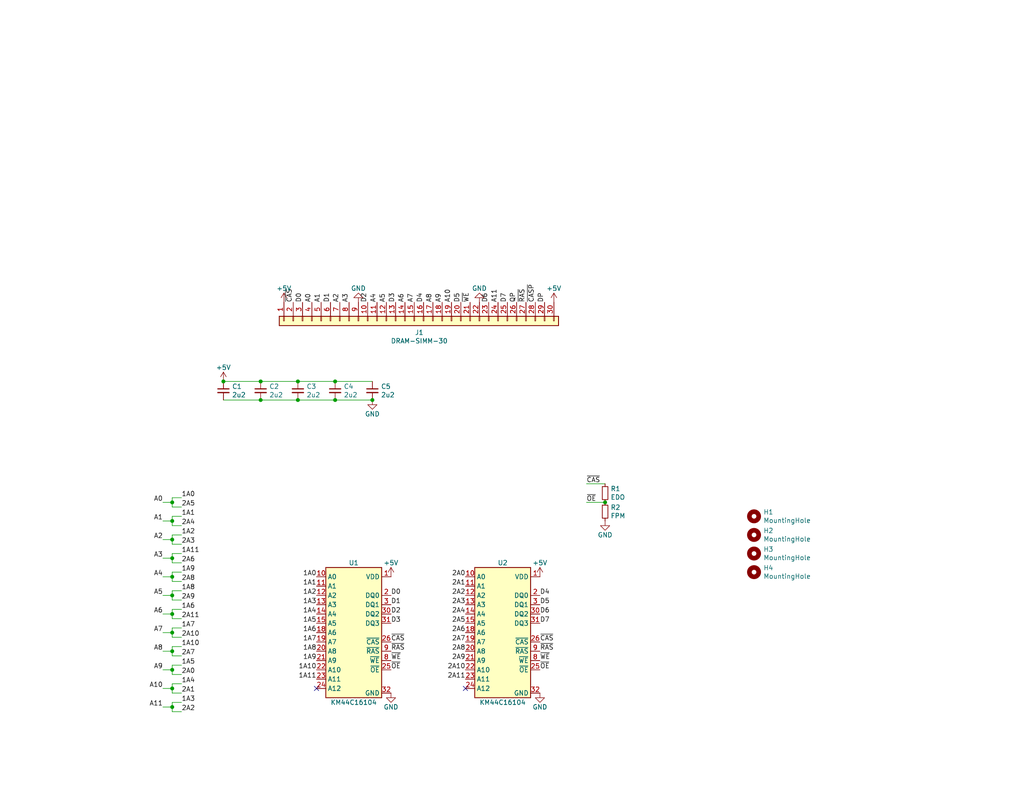
<source format=kicad_sch>
(kicad_sch (version 20211123) (generator eeschema)
  (paper "USLetter")
  (title_block (title "GW4192A") (date "2021-06-19") (rev "1.0") (company "Garrett's Workshop"))
  (lib_symbols
    (symbol "Connector_Generic:Conn_01x30" (pin_names (offset 1.016) hide)
      (property "Reference" "J" (at 0 38.1 0))
      (property "Value" "Conn_01x30" (at 0 -40.64 0))
      (symbol "Conn_01x30_1_1"
        (rectangle (start -1.27 -37.973) (end 0 -38.227) (stroke (width 0.1524)))
        (rectangle (start -1.27 -35.433) (end 0 -35.687) (stroke (width 0.1524)))
        (rectangle (start -1.27 -32.893) (end 0 -33.147) (stroke (width 0.1524)))
        (rectangle (start -1.27 -30.353) (end 0 -30.607) (stroke (width 0.1524)))
        (rectangle (start -1.27 -27.813) (end 0 -28.067) (stroke (width 0.1524)))
        (rectangle (start -1.27 -25.273) (end 0 -25.527) (stroke (width 0.1524)))
        (rectangle (start -1.27 -22.733) (end 0 -22.987) (stroke (width 0.1524)))
        (rectangle (start -1.27 -20.193) (end 0 -20.447) (stroke (width 0.1524)))
        (rectangle (start -1.27 -17.653) (end 0 -17.907) (stroke (width 0.1524)))
        (rectangle (start -1.27 -15.113) (end 0 -15.367) (stroke (width 0.1524)))
        (rectangle (start -1.27 -12.573) (end 0 -12.827) (stroke (width 0.1524)))
        (rectangle (start -1.27 -10.033) (end 0 -10.287) (stroke (width 0.1524)))
        (rectangle (start -1.27 -7.493) (end 0 -7.747) (stroke (width 0.1524)))
        (rectangle (start -1.27 -4.953) (end 0 -5.207) (stroke (width 0.1524)))
        (rectangle (start -1.27 -2.413) (end 0 -2.667) (stroke (width 0.1524)))
        (rectangle (start -1.27 0.127) (end 0 -0.127) (stroke (width 0.1524)))
        (rectangle (start -1.27 2.667) (end 0 2.413) (stroke (width 0.1524)))
        (rectangle (start -1.27 5.207) (end 0 4.953) (stroke (width 0.1524)))
        (rectangle (start -1.27 7.747) (end 0 7.493) (stroke (width 0.1524)))
        (rectangle (start -1.27 10.287) (end 0 10.033) (stroke (width 0.1524)))
        (rectangle (start -1.27 12.827) (end 0 12.573) (stroke (width 0.1524)))
        (rectangle (start -1.27 15.367) (end 0 15.113) (stroke (width 0.1524)))
        (rectangle (start -1.27 17.907) (end 0 17.653) (stroke (width 0.1524)))
        (rectangle (start -1.27 20.447) (end 0 20.193) (stroke (width 0.1524)))
        (rectangle (start -1.27 22.987) (end 0 22.733) (stroke (width 0.1524)))
        (rectangle (start -1.27 25.527) (end 0 25.273) (stroke (width 0.1524)))
        (rectangle (start -1.27 28.067) (end 0 27.813) (stroke (width 0.1524)))
        (rectangle (start -1.27 30.607) (end 0 30.353) (stroke (width 0.1524)))
        (rectangle (start -1.27 33.147) (end 0 32.893) (stroke (width 0.1524)))
        (rectangle (start -1.27 35.687) (end 0 35.433) (stroke (width 0.1524)))
        (rectangle (start -1.27 36.83) (end 1.27 -39.37) (stroke (width 0.254)) (fill (type background)))
        (pin passive line (at -5.08 35.56 0) (length 3.81) (name "Pin_1") (number "1"))
        (pin passive line (at -5.08 12.7 0) (length 3.81) (name "Pin_10") (number "10"))
        (pin passive line (at -5.08 10.16 0) (length 3.81) (name "Pin_11") (number "11"))
        (pin passive line (at -5.08 7.62 0) (length 3.81) (name "Pin_12") (number "12"))
        (pin passive line (at -5.08 5.08 0) (length 3.81) (name "Pin_13") (number "13"))
        (pin passive line (at -5.08 2.54 0) (length 3.81) (name "Pin_14") (number "14"))
        (pin passive line (at -5.08 0 0) (length 3.81) (name "Pin_15") (number "15"))
        (pin passive line (at -5.08 -2.54 0) (length 3.81) (name "Pin_16") (number "16"))
        (pin passive line (at -5.08 -5.08 0) (length 3.81) (name "Pin_17") (number "17"))
        (pin passive line (at -5.08 -7.62 0) (length 3.81) (name "Pin_18") (number "18"))
        (pin passive line (at -5.08 -10.16 0) (length 3.81) (name "Pin_19") (number "19"))
        (pin passive line (at -5.08 33.02 0) (length 3.81) (name "Pin_2") (number "2"))
        (pin passive line (at -5.08 -12.7 0) (length 3.81) (name "Pin_20") (number "20"))
        (pin passive line (at -5.08 -15.24 0) (length 3.81) (name "Pin_21") (number "21"))
        (pin passive line (at -5.08 -17.78 0) (length 3.81) (name "Pin_22") (number "22"))
        (pin passive line (at -5.08 -20.32 0) (length 3.81) (name "Pin_23") (number "23"))
        (pin passive line (at -5.08 -22.86 0) (length 3.81) (name "Pin_24") (number "24"))
        (pin passive line (at -5.08 -25.4 0) (length 3.81) (name "Pin_25") (number "25"))
        (pin passive line (at -5.08 -27.94 0) (length 3.81) (name "Pin_26") (number "26"))
        (pin passive line (at -5.08 -30.48 0) (length 3.81) (name "Pin_27") (number "27"))
        (pin passive line (at -5.08 -33.02 0) (length 3.81) (name "Pin_28") (number "28"))
        (pin passive line (at -5.08 -35.56 0) (length 3.81) (name "Pin_29") (number "29"))
        (pin passive line (at -5.08 30.48 0) (length 3.81) (name "Pin_3") (number "3"))
        (pin passive line (at -5.08 -38.1 0) (length 3.81) (name "Pin_30") (number "30"))
        (pin passive line (at -5.08 27.94 0) (length 3.81) (name "Pin_4") (number "4"))
        (pin passive line (at -5.08 25.4 0) (length 3.81) (name "Pin_5") (number "5"))
        (pin passive line (at -5.08 22.86 0) (length 3.81) (name "Pin_6") (number "6"))
        (pin passive line (at -5.08 20.32 0) (length 3.81) (name "Pin_7") (number "7"))
        (pin passive line (at -5.08 17.78 0) (length 3.81) (name "Pin_8") (number "8"))
        (pin passive line (at -5.08 15.24 0) (length 3.81) (name "Pin_9") (number "9"))
      )
    )
    (symbol "Device:C_Small" (pin_numbers hide) (pin_names (offset 0.254) hide)
      (property "Reference" "C" (at 0.254 1.778 0))
      (property "Value" "C_Small" (at 0.254 -2.032 0))
      (symbol "C_Small_0_1"
        (polyline (pts (xy -1.524 -0.508) (xy 1.524 -0.508)) (stroke (width 0.3302)))
        (polyline (pts (xy -1.524 0.508) (xy 1.524 0.508)) (stroke (width 0.3048)))
      )
      (symbol "C_Small_1_1"
        (pin passive line (at 0 2.54 270) (length 2.032) (name "~") (number "1"))
        (pin passive line (at 0 -2.54 90) (length 2.032) (name "~") (number "2"))
      )
    )
    (symbol "Device:R_Small" (pin_numbers hide) (pin_names (offset 0.254) hide)
      (property "Reference" "R" (at 0.762 0.508 0))
      (property "Value" "R_Small" (at 0.762 -1.016 0))
      (symbol "R_Small_0_1"
        (rectangle (start -0.762 1.778) (end 0.762 -1.778) (stroke (width 0.2032)))
      )
      (symbol "R_Small_1_1"
        (pin passive line (at 0 2.54 270) (length 0.762) (name "~") (number "1"))
        (pin passive line (at 0 -2.54 90) (length 0.762) (name "~") (number "2"))
      )
    )
    (symbol "GW_RAM:DRAM-16Mx4-SOP-32"
      (property "Reference" "U" (at 0 19.05 0))
      (property "Value" "DRAM-16Mx4-SOP-32" (at 0 0 90))
      (symbol "DRAM-16Mx4-SOP-32_0_1"
        (rectangle (start -7.62 17.78) (end 7.62 -17.78) (stroke (width 0.254)) (fill (type background)))
      )
      (symbol "DRAM-16Mx4-SOP-32_1_1"
        (pin power_in line (at 10.16 15.24 180) (length 2.54) (name "VDD") (number "1"))
        (pin input line (at -10.16 15.24 0) (length 2.54) (name "A0") (number "10"))
        (pin input line (at -10.16 12.7 0) (length 2.54) (name "A1") (number "11"))
        (pin input line (at -10.16 10.16 0) (length 2.54) (name "A2") (number "12"))
        (pin input line (at -10.16 7.62 0) (length 2.54) (name "A3") (number "13"))
        (pin input line (at -10.16 5.08 0) (length 2.54) (name "A4") (number "14"))
        (pin input line (at -10.16 2.54 0) (length 2.54) (name "A5") (number "15"))
        (pin power_in line (at 10.16 15.24 180) (length 2.54) hide (name "VDD") (number "16"))
        (pin power_in line (at 10.16 -16.51 180) (length 2.54) hide (name "GND") (number "17"))
        (pin input line (at -10.16 0 0) (length 2.54) (name "A6") (number "18"))
        (pin input line (at -10.16 -2.54 0) (length 2.54) (name "A7") (number "19"))
        (pin bidirectional line (at 10.16 10.16 180) (length 2.54) (name "DQ0") (number "2"))
        (pin input line (at -10.16 -5.08 0) (length 2.54) (name "A8") (number "20"))
        (pin input line (at -10.16 -7.62 0) (length 2.54) (name "A9") (number "21"))
        (pin input line (at -10.16 -10.16 0) (length 2.54) (name "A10") (number "22"))
        (pin input line (at -10.16 -12.7 0) (length 2.54) (name "A11") (number "23"))
        (pin input line (at -10.16 -15.24 0) (length 2.54) (name "A12") (number "24"))
        (pin input line (at 10.16 -10.16 180) (length 2.54) (name "~{OE}") (number "25"))
        (pin input line (at 10.16 -2.54 180) (length 2.54) (name "~{CAS}") (number "26"))
        (pin no_connect line (at 10.16 12.7 180) (length 2.54) hide (name "NC") (number "27"))
        (pin no_connect line (at 10.16 13.97 180) (length 2.54) hide (name "NC") (number "28"))
        (pin no_connect line (at 10.16 11.43 180) (length 2.54) hide (name "NC") (number "29"))
        (pin bidirectional line (at 10.16 7.62 180) (length 2.54) (name "DQ1") (number "3"))
        (pin bidirectional line (at 10.16 5.08 180) (length 2.54) (name "DQ2") (number "30"))
        (pin bidirectional line (at 10.16 2.54 180) (length 2.54) (name "DQ3") (number "31"))
        (pin power_in line (at 10.16 -16.51 180) (length 2.54) (name "GND") (number "32"))
        (pin no_connect line (at 10.16 -1.27 180) (length 2.54) hide (name "NC") (number "4"))
        (pin no_connect line (at 10.16 -13.97 180) (length 2.54) hide (name "NC") (number "5"))
        (pin no_connect line (at 10.16 -12.7 180) (length 2.54) hide (name "NC") (number "6"))
        (pin no_connect line (at 10.16 1.27 180) (length 2.54) hide (name "NC") (number "7"))
        (pin input line (at 10.16 -7.62 180) (length 2.54) (name "~{WE}") (number "8"))
        (pin input line (at 10.16 -5.08 180) (length 2.54) (name "~{RAS}") (number "9"))
      )
    )
    (symbol "Mechanical:MountingHole" (pin_names (offset 1.016))
      (property "Reference" "H" (at 0 5.08 0))
      (property "Value" "MountingHole" (at 0 3.175 0))
      (symbol "MountingHole_0_1"
        (circle (center 0 0) (radius 1.27) (stroke (width 1.27)))
      )
    )
    (symbol "power:+5V" (power) (pin_names (offset 0))
      (property "Value" "+5V" (at 0 3.556 0))
      (symbol "+5V_0_1"
        (polyline (pts (xy -0.762 1.27) (xy 0 2.54)))
        (polyline (pts (xy 0 0) (xy 0 2.54)))
        (polyline (pts (xy 0 2.54) (xy 0.762 1.27)))
      )
      (symbol "+5V_1_1"
        (pin power_in line (at 0 0 90) (length 0) hide (name "+5V") (number "1"))
      )
    )
    (symbol "power:GND" (power) (pin_names (offset 0))
      (property "Value" "GND" (at 0 -3.81 0))
      (symbol "GND_0_1"
        (polyline (pts (xy 0 0) (xy 0 -1.27) (xy 1.27 -1.27) (xy 0 -2.54) (xy -1.27 -1.27) (xy 0 -1.27)))
      )
      (symbol "GND_1_1"
        (pin power_in line (at 0 0 270) (length 0) hide (name "GND") (number "1"))
      )
    )
  )
  (junction (at 46.99 147.32))
  (junction (at 91.44 109.22))
  (junction (at 46.99 137.16))
  (junction (at 81.28 109.22))
  (junction (at 46.99 157.48))
  (junction (at 81.28 104.14))
  (junction (at 46.99 187.96))
  (junction (at 46.99 193.04))
  (junction (at 46.99 142.24))
  (junction (at 71.12 104.14))
  (junction (at 46.99 152.4))
  (junction (at 46.99 162.56))
  (junction (at 165.1 137.16))
  (junction (at 101.6 109.22))
  (junction (at 60.96 104.14))
  (junction (at 46.99 177.8))
  (junction (at 91.44 104.14))
  (junction (at 71.12 109.22))
  (junction (at 46.99 182.88))
  (junction (at 46.99 172.72))
  (junction (at 46.99 167.64))
  (no_connect (at 127 187.96))
  (no_connect (at 86.36 187.96))
  (wire (pts (xy 46.99 168.91) (xy 49.53 168.91)))
  (wire (pts (xy 46.99 189.23) (xy 49.53 189.23)))
  (wire (pts (xy 46.99 158.75) (xy 49.53 158.75)))
  (wire (pts (xy 101.6 104.14) (xy 91.44 104.14)))
  (wire (pts (xy 46.99 147.32) (xy 46.99 146.05)))
  (wire (pts (xy 46.99 172.72) (xy 46.99 171.45)))
  (wire (pts (xy 46.99 153.67) (xy 49.53 153.67)))
  (wire (pts (xy 165.1 137.16) (xy 160.02 137.16)))
  (wire (pts (xy 46.99 148.59) (xy 49.53 148.59)))
  (wire (pts (xy 46.99 138.43) (xy 49.53 138.43)))
  (wire (pts (xy 60.96 104.14) (xy 71.12 104.14)))
  (wire (pts (xy 46.99 171.45) (xy 49.53 171.45)))
  (wire (pts (xy 81.28 104.14) (xy 71.12 104.14)))
  (wire (pts (xy 91.44 104.14) (xy 81.28 104.14)))
  (wire (pts (xy 46.99 194.31) (xy 49.53 194.31)))
  (wire (pts (xy 71.12 109.22) (xy 81.28 109.22)))
  (wire (pts (xy 71.12 109.22) (xy 60.96 109.22)))
  (wire (pts (xy 46.99 137.16) (xy 46.99 135.89)))
  (wire (pts (xy 44.45 137.16) (xy 46.99 137.16)))
  (wire (pts (xy 81.28 109.22) (xy 91.44 109.22)))
  (wire (pts (xy 46.99 146.05) (xy 49.53 146.05)))
  (wire (pts (xy 46.99 142.24) (xy 46.99 143.51)))
  (wire (pts (xy 44.45 162.56) (xy 46.99 162.56)))
  (wire (pts (xy 44.45 172.72) (xy 46.99 172.72)))
  (wire (pts (xy 46.99 184.15) (xy 49.53 184.15)))
  (wire (pts (xy 44.45 177.8) (xy 46.99 177.8)))
  (wire (pts (xy 44.45 142.24) (xy 46.99 142.24)))
  (wire (pts (xy 46.99 181.61) (xy 49.53 181.61)))
  (wire (pts (xy 46.99 172.72) (xy 46.99 173.99)))
  (wire (pts (xy 160.02 132.08) (xy 165.1 132.08)))
  (wire (pts (xy 46.99 147.32) (xy 46.99 148.59)))
  (wire (pts (xy 46.99 143.51) (xy 49.53 143.51)))
  (wire (pts (xy 46.99 162.56) (xy 46.99 163.83)))
  (wire (pts (xy 46.99 179.07) (xy 49.53 179.07)))
  (wire (pts (xy 46.99 187.96) (xy 46.99 186.69)))
  (wire (pts (xy 44.45 147.32) (xy 46.99 147.32)))
  (wire (pts (xy 91.44 109.22) (xy 101.6 109.22)))
  (wire (pts (xy 46.99 193.04) (xy 46.99 191.77)))
  (wire (pts (xy 44.45 193.04) (xy 46.99 193.04)))
  (wire (pts (xy 46.99 186.69) (xy 49.53 186.69)))
  (wire (pts (xy 46.99 137.16) (xy 46.99 138.43)))
  (wire (pts (xy 46.99 193.04) (xy 46.99 194.31)))
  (wire (pts (xy 46.99 156.21) (xy 49.53 156.21)))
  (wire (pts (xy 46.99 152.4) (xy 46.99 153.67)))
  (wire (pts (xy 46.99 191.77) (xy 49.53 191.77)))
  (wire (pts (xy 44.45 182.88) (xy 46.99 182.88)))
  (wire (pts (xy 46.99 162.56) (xy 46.99 161.29)))
  (wire (pts (xy 46.99 157.48) (xy 46.99 158.75)))
  (wire (pts (xy 46.99 140.97) (xy 49.53 140.97)))
  (wire (pts (xy 46.99 161.29) (xy 49.53 161.29)))
  (wire (pts (xy 46.99 157.48) (xy 46.99 156.21)))
  (wire (pts (xy 46.99 135.89) (xy 49.53 135.89)))
  (wire (pts (xy 44.45 167.64) (xy 46.99 167.64)))
  (wire (pts (xy 46.99 166.37) (xy 49.53 166.37)))
  (wire (pts (xy 46.99 167.64) (xy 46.99 166.37)))
  (wire (pts (xy 44.45 187.96) (xy 46.99 187.96)))
  (wire (pts (xy 46.99 177.8) (xy 46.99 179.07)))
  (wire (pts (xy 44.45 152.4) (xy 46.99 152.4)))
  (wire (pts (xy 46.99 173.99) (xy 49.53 173.99)))
  (wire (pts (xy 46.99 182.88) (xy 46.99 181.61)))
  (wire (pts (xy 46.99 163.83) (xy 49.53 163.83)))
  (wire (pts (xy 46.99 176.53) (xy 49.53 176.53)))
  (wire (pts (xy 46.99 187.96) (xy 46.99 189.23)))
  (wire (pts (xy 46.99 142.24) (xy 46.99 140.97)))
  (wire (pts (xy 44.45 157.48) (xy 46.99 157.48)))
  (wire (pts (xy 46.99 182.88) (xy 46.99 184.15)))
  (wire (pts (xy 46.99 167.64) (xy 46.99 168.91)))
  (wire (pts (xy 46.99 152.4) (xy 46.99 151.13)))
  (wire (pts (xy 46.99 177.8) (xy 46.99 176.53)))
  (wire (pts (xy 46.99 151.13) (xy 49.53 151.13)))
  (label "A3" (at 44.45 152.4 180))
  (label "D0" (at 106.68 162.56 0))
  (label "2A2" (at 49.53 194.31 0))
  (label "D1" (at 90.17 82.55 90))
  (label "1A7" (at 86.36 175.26 180))
  (label "A7" (at 44.45 172.72 180))
  (label "1A11" (at 86.36 185.42 180))
  (label "1A5" (at 49.53 181.61 0))
  (label "1A8" (at 49.53 161.29 0))
  (label "2A0" (at 49.53 184.15 0))
  (label "~{CAS}" (at 147.32 175.26 0))
  (label "A10" (at 123.19 82.55 90))
  (label "A1" (at 87.63 82.55 90))
  (label "2A6" (at 127 172.72 180))
  (label "~{WE}" (at 128.27 82.55 90))
  (label "~{WE}" (at 147.32 180.34 0))
  (label "1A9" (at 86.36 180.34 180))
  (label "A5" (at 44.45 162.56 180))
  (label "A6" (at 44.45 167.64 180))
  (label "A8" (at 118.11 82.55 90))
  (label "D4" (at 147.32 162.56 0))
  (label "A4" (at 44.45 157.48 180))
  (label "D5" (at 125.73 82.55 90))
  (label "2A0" (at 127 157.48 180))
  (label "A11" (at 135.89 82.55 90))
  (label "~{CAS}" (at 80.01 82.55 90))
  (label "D5" (at 147.32 165.1 0))
  (label "2A8" (at 127 177.8 180))
  (label "QP" (at 140.97 82.55 90))
  (label "2A3" (at 49.53 148.59 0))
  (label "A8" (at 44.45 177.8 180))
  (label "A10" (at 44.45 187.96 180))
  (label "1A0" (at 86.36 157.48 180))
  (label "D6" (at 133.35 82.55 90))
  (label "A3" (at 95.25 82.55 90))
  (label "2A2" (at 127 162.56 180))
  (label "~{OE}" (at 106.68 182.88 0))
  (label "A9" (at 120.65 82.55 90))
  (label "A6" (at 110.49 82.55 90))
  (label "1A8" (at 86.36 177.8 180))
  (label "A4" (at 102.87 82.55 90))
  (label "A5" (at 105.41 82.55 90))
  (label "~{RAS}" (at 147.32 177.8 0))
  (label "~{RAS}" (at 106.68 177.8 0))
  (label "~{OE}" (at 147.32 182.88 0))
  (label "1A10" (at 49.53 176.53 0))
  (label "A2" (at 92.71 82.55 90))
  (label "1A3" (at 49.53 191.77 0))
  (label "2A3" (at 127 165.1 180))
  (label "A9" (at 44.45 182.88 180))
  (label "1A10" (at 86.36 182.88 180))
  (label "2A9" (at 127 180.34 180))
  (label "2A6" (at 49.53 153.67 0))
  (label "DP" (at 148.59 82.55 90))
  (label "1A5" (at 86.36 170.18 180))
  (label "2A7" (at 49.53 179.07 0))
  (label "D7" (at 138.43 82.55 90))
  (label "2A7" (at 127 175.26 180))
  (label "1A11" (at 49.53 151.13 0))
  (label "1A4" (at 86.36 167.64 180))
  (label "2A1" (at 127 160.02 180))
  (label "2A1" (at 49.53 189.23 0))
  (label "1A2" (at 49.53 146.05 0))
  (label "2A5" (at 49.53 138.43 0))
  (label "1A6" (at 86.36 172.72 180))
  (label "~{RAS}" (at 143.51 82.55 90))
  (label "D2" (at 100.33 82.55 90))
  (label "2A4" (at 127 167.64 180))
  (label "D3" (at 106.68 170.18 0))
  (label "2A11" (at 127 185.42 180))
  (label "~{CAS}" (at 160.02 132.08 0))
  (label "1A2" (at 86.36 162.56 180))
  (label "D7" (at 147.32 170.18 0))
  (label "1A0" (at 49.53 135.89 0))
  (label "1A6" (at 49.53 166.37 0))
  (label "A2" (at 44.45 147.32 180))
  (label "2A5" (at 127 170.18 180))
  (label "A1" (at 44.45 142.24 180))
  (label "~{WE}" (at 106.68 180.34 0))
  (label "1A1" (at 86.36 160.02 180))
  (label "D3" (at 107.95 82.55 90))
  (label "2A11" (at 49.53 168.91 0))
  (label "2A8" (at 49.53 158.75 0))
  (label "1A9" (at 49.53 156.21 0))
  (label "D1" (at 106.68 165.1 0))
  (label "1A1" (at 49.53 140.97 0))
  (label "~{CAS}" (at 106.68 175.26 0))
  (label "~{CASP}" (at 146.05 82.55 90))
  (label "D6" (at 147.32 167.64 0))
  (label "1A7" (at 49.53 171.45 0))
  (label "2A9" (at 49.53 163.83 0))
  (label "D0" (at 82.55 82.55 90))
  (label "A7" (at 113.03 82.55 90))
  (label "2A4" (at 49.53 143.51 0))
  (label "A11" (at 44.45 193.04 180))
  (label "D2" (at 106.68 167.64 0))
  (label "~{OE}" (at 160.02 137.16 0))
  (label "2A10" (at 127 182.88 180))
  (label "D4" (at 115.57 82.55 90))
  (label "1A3" (at 86.36 165.1 180))
  (label "A0" (at 85.09 82.55 90))
  (label "A0" (at 44.45 137.16 180))
  (label "1A4" (at 49.53 186.69 0))
  (label "2A10" (at 49.53 173.99 0))
  (symbol (lib_id "Connector_Generic:Conn_01x30") (at 113.03 87.63 90) (mirror x) (unit 1)
    (property "Reference" "J1" (at 114.4016 90.7796 90))
    (property "Value" "DRAM-SIMM-30" (at 114.4016 93.091 90))
    (property "Footprint" "stdpads:SIMM-30_Edge" (effects hide))
  )
  (symbol (lib_id "power:+5V") (at 151.13 82.55 0) (unit 1)
    (property "Reference" "#PWR0101" (effects hide))
    (property "Value" "+5V" (at 151.13 78.74 0))
  )
  (symbol (lib_id "power:+5V") (at 77.47 82.55 0) (unit 1)
    (property "Reference" "#PWR0102" (effects hide))
    (property "Value" "+5V" (at 77.47 78.74 0))
  )
  (symbol (lib_id "power:GND") (at 130.81 82.55 180) (unit 1)
    (property "Reference" "#PWR0103" (effects hide))
    (property "Value" "GND" (at 130.81 78.74 0))
  )
  (symbol (lib_id "power:GND") (at 97.79 82.55 180) (unit 1)
    (property "Reference" "#PWR0104" (effects hide))
    (property "Value" "GND" (at 97.79 78.74 0))
  )
  (symbol (lib_id "Device:C_Small") (at 60.96 106.68 0) (unit 1)
    (property "Reference" "C1" (at 63.2968 105.5116 0) (effects (justify left)))
    (property "Value" "2u2" (at 63.2968 107.823 0) (effects (justify left)))
    (property "Footprint" "stdpads:C_0805" (effects hide))
  )
  (symbol (lib_id "Device:C_Small") (at 71.12 106.68 0) (unit 1)
    (property "Reference" "C2" (at 73.4568 105.5116 0) (effects (justify left)))
    (property "Value" "2u2" (at 73.4568 107.823 0) (effects (justify left)))
    (property "Footprint" "stdpads:C_0805" (effects hide))
  )
  (symbol (lib_id "power:+5V") (at 60.96 104.14 0) (unit 1)
    (property "Reference" "#PWR0113" (effects hide))
    (property "Value" "+5V" (at 60.96 100.33 0))
  )
  (symbol (lib_id "Device:C_Small") (at 81.28 106.68 0) (unit 1)
    (property "Reference" "C3" (at 83.6168 105.5116 0) (effects (justify left)))
    (property "Value" "2u2" (at 83.6168 107.823 0) (effects (justify left)))
    (property "Footprint" "stdpads:C_0805" (effects hide))
  )
  (symbol (lib_id "Device:C_Small") (at 91.44 106.68 0) (unit 1)
    (property "Reference" "C4" (at 93.7768 105.5116 0) (effects (justify left)))
    (property "Value" "2u2" (at 93.7768 107.823 0) (effects (justify left)))
    (property "Footprint" "stdpads:C_0805" (effects hide))
  )
  (symbol (lib_id "power:+5V") (at 106.68 157.48 0) (unit 1)
    (property "Reference" "#PWR0106" (effects hide))
    (property "Value" "+5V" (at 106.68 153.67 0))
  )
  (symbol (lib_id "power:+5V") (at 147.32 157.48 0) (unit 1)
    (property "Reference" "#PWR0109" (effects hide))
    (property "Value" "+5V" (at 147.32 153.67 0))
  )
  (symbol (lib_id "power:GND") (at 101.6 109.22 0) (unit 1)
    (property "Reference" "#PWR0110" (effects hide))
    (property "Value" "GND" (at 101.6 113.03 0))
  )
  (symbol (lib_id "Device:C_Small") (at 101.6 106.68 0) (unit 1)
    (property "Reference" "C5" (at 103.9368 105.5116 0) (effects (justify left)))
    (property "Value" "2u2" (at 103.9368 107.823 0) (effects (justify left)))
    (property "Footprint" "stdpads:C_0805" (effects hide))
  )
  (symbol (lib_id "GW_RAM:DRAM-16Mx4-SOP-32") (at 96.52 172.72 0) (unit 1)
    (property "Reference" "U1" (at 96.52 153.67 0))
    (property "Value" "KM44C16104" (at 96.52 191.77 0))
    (property "Footprint" "stdpads:SOJ-32_400mil" (effects hide))
  )
  (symbol (lib_id "GW_RAM:DRAM-16Mx4-SOP-32") (at 137.16 172.72 0) (unit 1)
    (property "Reference" "U2" (at 137.16 153.67 0))
    (property "Value" "KM44C16104" (at 137.16 191.77 0))
    (property "Footprint" "stdpads:SOJ-32_400mil" (effects hide))
  )
  (symbol (lib_id "power:GND") (at 147.32 189.23 0) (unit 1)
    (property "Reference" "#PWR0105" (effects hide))
    (property "Value" "GND" (at 147.32 193.04 0))
  )
  (symbol (lib_id "power:GND") (at 106.68 189.23 0) (unit 1)
    (property "Reference" "#PWR0107" (effects hide))
    (property "Value" "GND" (at 106.68 193.04 0))
  )
  (symbol (lib_id "Device:R_Small") (at 165.1 134.62 0) (unit 1)
    (property "Reference" "R1" (at 166.5986 133.4516 0) (effects (justify left)))
    (property "Value" "EDO" (at 166.5986 135.763 0) (effects (justify left)))
    (property "Footprint" "stdpads:R_0805" (effects hide))
  )
  (symbol (lib_id "Device:R_Small") (at 165.1 139.7 0) (unit 1)
    (property "Reference" "R2" (at 166.5986 138.5316 0) (effects (justify left)))
    (property "Value" "FPM" (at 166.5986 140.843 0) (effects (justify left)))
    (property "Footprint" "stdpads:R_0805" (effects hide))
  )
  (symbol (lib_id "power:GND") (at 165.1 142.24 0) (unit 1)
    (property "Reference" "#PWR0108" (effects hide))
    (property "Value" "GND" (at 165.1 146.05 0))
  )
  (symbol (lib_id "Mechanical:MountingHole") (at 205.74 140.97 0) (unit 1)
    (property "Reference" "H1" (at 208.28 139.8016 0) (effects (justify left)))
    (property "Value" "MountingHole" (at 208.28 142.113 0) (effects (justify left)))
    (property "Footprint" "stdpads:PasteHole_1.152mm_NPTH" (effects hide))
  )
  (symbol (lib_id "Mechanical:MountingHole") (at 205.74 146.05 0) (unit 1)
    (property "Reference" "H2" (at 208.28 144.8816 0) (effects (justify left)))
    (property "Value" "MountingHole" (at 208.28 147.193 0) (effects (justify left)))
    (property "Footprint" "stdpads:PasteHole_1.152mm_NPTH" (effects hide))
  )
  (symbol (lib_id "Mechanical:MountingHole") (at 205.74 151.13 0) (unit 1)
    (property "Reference" "H3" (at 208.28 149.9616 0) (effects (justify left)))
    (property "Value" "MountingHole" (at 208.28 152.273 0) (effects (justify left)))
    (property "Footprint" "stdpads:PasteHole_1.152mm_NPTH" (effects hide))
  )
  (symbol (lib_id "Mechanical:MountingHole") (at 205.74 156.21 0) (unit 1)
    (property "Reference" "H4" (at 208.28 155.0416 0) (effects (justify left)))
    (property "Value" "MountingHole" (at 208.28 157.353 0) (effects (justify left)))
    (property "Footprint" "stdpads:PasteHole_1.152mm_NPTH" (effects hide))
  )
)
</source>
